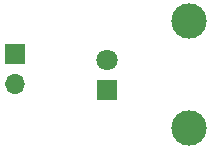
<source format=gbr>
%TF.GenerationSoftware,KiCad,Pcbnew,5.1.5-52549c5~86~ubuntu16.04.1*%
%TF.CreationDate,2020-11-09T14:28:39+05:30*%
%TF.ProjectId,DIP_LED_Module_V1.0,4449505f-4c45-4445-9f4d-6f64756c655f,V1.0*%
%TF.SameCoordinates,Original*%
%TF.FileFunction,Soldermask,Top*%
%TF.FilePolarity,Negative*%
%FSLAX46Y46*%
G04 Gerber Fmt 4.6, Leading zero omitted, Abs format (unit mm)*
G04 Created by KiCad (PCBNEW 5.1.5-52549c5~86~ubuntu16.04.1) date 2020-11-09 14:28:39*
%MOMM*%
%LPD*%
G04 APERTURE LIST*
%ADD10O,1.700000X1.700000*%
%ADD11R,1.700000X1.700000*%
%ADD12C,3.000000*%
%ADD13R,1.800000X1.800000*%
%ADD14C,1.800000*%
G04 APERTURE END LIST*
D10*
%TO.C,J1*%
X131445000Y-99060000D03*
D11*
X131445000Y-96520000D03*
%TD*%
D12*
%TO.C,H2*%
X146210000Y-93729000D03*
%TD*%
%TO.C,H1*%
X146210000Y-102729000D03*
%TD*%
D13*
%TO.C,D1*%
X139210000Y-99499000D03*
D14*
X139210000Y-96959000D03*
%TD*%
M02*

</source>
